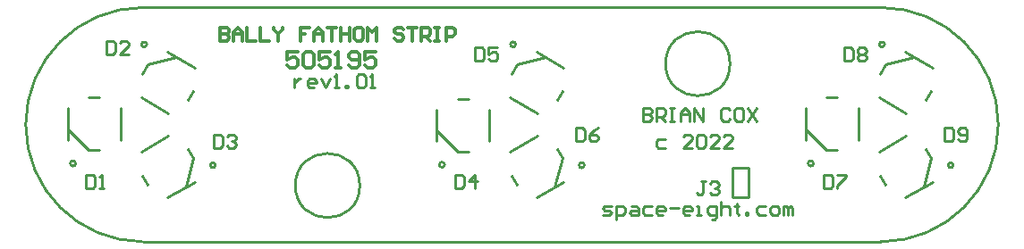
<source format=gto>
%FSLAX25Y25*%
%MOIN*%
G70*
G01*
G75*
G04 Layer_Color=65535*
%ADD10R,0.05906X0.05906*%
%ADD11P,0.08352X4X195.0*%
%ADD12P,0.08352X4X75.0*%
%ADD13R,0.05000X0.04000*%
%ADD14C,0.02500*%
%ADD15C,0.16500*%
%ADD16C,0.04000*%
%ADD17R,0.08000X0.05000*%
%ADD18R,0.12205X0.17716*%
%ADD19C,0.05000*%
%ADD20C,0.01000*%
%ADD21C,0.01200*%
D20*
X1176250Y955000D02*
G03*
X1176250Y1042500I0J43750D01*
G01*
X901250D02*
G03*
X901250Y955000I0J-43750D01*
G01*
X1120000Y1021500D02*
G03*
X1120000Y1021500I-12000J0D01*
G01*
X982000Y976000D02*
G03*
X982000Y976000I-12000J0D01*
G01*
X876110Y984236D02*
G03*
X876110Y984236I-984J0D01*
G01*
X902635Y1028701D02*
G03*
X902635Y1028701I-984J0D01*
G01*
X928207Y983563D02*
G03*
X928207Y983563I-984J0D01*
G01*
X1013610Y983736D02*
G03*
X1013610Y983736I-984J0D01*
G01*
X1040135Y1028701D02*
G03*
X1040135Y1028701I-984J0D01*
G01*
X1065707Y983563D02*
G03*
X1065707Y983563I-984J0D01*
G01*
X1151110Y984236D02*
G03*
X1151110Y984236I-984J0D01*
G01*
X1177635Y1028701D02*
G03*
X1177635Y1028701I-984J0D01*
G01*
X1203207Y983563D02*
G03*
X1203207Y983563I-984J0D01*
G01*
X901250Y955000D02*
X1176250D01*
X901250Y1042500D02*
X1176250D01*
X873158Y997031D02*
X881032Y989157D01*
X892842Y993095D02*
Y1004906D01*
X873158Y993095D02*
Y1004906D01*
X881032Y1008842D02*
X884968D01*
X881032Y989157D02*
X884968D01*
X902960Y1021126D02*
X913717Y1024008D01*
X900464Y1008929D02*
X910693Y1003023D01*
X910307Y1025977D02*
X920536Y1020071D01*
X918040Y1007874D02*
X920008Y1011283D01*
X900992Y1017717D02*
X902960Y1021126D01*
X917126Y975460D02*
X920008Y986217D01*
X900464Y988571D02*
X910693Y994477D01*
X910307Y971523D02*
X920536Y977429D01*
X900992Y979784D02*
X902960Y976374D01*
X918040Y989626D02*
X920008Y986217D01*
X1010658Y996531D02*
X1018532Y988657D01*
X1030342Y992595D02*
Y1004405D01*
X1010658Y992595D02*
Y1004405D01*
X1018532Y1008342D02*
X1022468D01*
X1018532Y988657D02*
X1022468D01*
X1040460Y1021126D02*
X1051217Y1024008D01*
X1037964Y1008929D02*
X1048193Y1003023D01*
X1047807Y1025977D02*
X1058036Y1020071D01*
X1055540Y1007874D02*
X1057508Y1011283D01*
X1038492Y1017717D02*
X1040460Y1021126D01*
X1054626Y975460D02*
X1057508Y986217D01*
X1037964Y988571D02*
X1048193Y994477D01*
X1047807Y971523D02*
X1058036Y977429D01*
X1038492Y979784D02*
X1040460Y976374D01*
X1055540Y989626D02*
X1057508Y986217D01*
X1148158Y997031D02*
X1156032Y989157D01*
X1167842Y993095D02*
Y1004906D01*
X1148158Y993095D02*
Y1004906D01*
X1156032Y1008842D02*
X1159968D01*
X1156032Y989157D02*
X1159968D01*
X1177960Y1021126D02*
X1188717Y1024008D01*
X1175464Y1008929D02*
X1185693Y1003023D01*
X1185307Y1025977D02*
X1195536Y1020071D01*
X1193040Y1007874D02*
X1195008Y1011283D01*
X1175992Y1017717D02*
X1177960Y1021126D01*
X1192126Y975460D02*
X1195008Y986217D01*
X1175464Y988571D02*
X1185693Y994477D01*
X1185307Y971523D02*
X1195536Y977429D01*
X1175992Y979784D02*
X1177960Y976374D01*
X1193040Y989626D02*
X1195008Y986217D01*
X1121000Y971500D02*
X1127000D01*
X1121000D02*
Y982500D01*
X1127000D01*
Y971500D02*
Y982500D01*
X1200000Y997498D02*
Y992500D01*
X1202499D01*
X1203332Y993333D01*
Y996665D01*
X1202499Y997498D01*
X1200000D01*
X1204998Y993333D02*
X1205831Y992500D01*
X1207498D01*
X1208331Y993333D01*
Y996665D01*
X1207498Y997498D01*
X1205831D01*
X1204998Y996665D01*
Y995832D01*
X1205831Y994999D01*
X1208331D01*
X1162500Y1027498D02*
Y1022500D01*
X1164999D01*
X1165832Y1023333D01*
Y1026665D01*
X1164999Y1027498D01*
X1162500D01*
X1167498Y1026665D02*
X1168331Y1027498D01*
X1169998D01*
X1170831Y1026665D01*
Y1025832D01*
X1169998Y1024999D01*
X1170831Y1024166D01*
Y1023333D01*
X1169998Y1022500D01*
X1168331D01*
X1167498Y1023333D01*
Y1024166D01*
X1168331Y1024999D01*
X1167498Y1025832D01*
Y1026665D01*
X1168331Y1024999D02*
X1169998D01*
X1155000Y979998D02*
Y975000D01*
X1157499D01*
X1158332Y975833D01*
Y979165D01*
X1157499Y979998D01*
X1155000D01*
X1159998D02*
X1163331D01*
Y979165D01*
X1159998Y975833D01*
Y975000D01*
X1062500Y997498D02*
Y992500D01*
X1064999D01*
X1065832Y993333D01*
Y996665D01*
X1064999Y997498D01*
X1062500D01*
X1070831D02*
X1069164Y996665D01*
X1067498Y994999D01*
Y993333D01*
X1068331Y992500D01*
X1069998D01*
X1070831Y993333D01*
Y994166D01*
X1069998Y994999D01*
X1067498D01*
X1025000Y1027498D02*
Y1022500D01*
X1027499D01*
X1028332Y1023333D01*
Y1026665D01*
X1027499Y1027498D01*
X1025000D01*
X1033331D02*
X1029998D01*
Y1024999D01*
X1031664Y1025832D01*
X1032498D01*
X1033331Y1024999D01*
Y1023333D01*
X1032498Y1022500D01*
X1030831D01*
X1029998Y1023333D01*
X1017500Y979998D02*
Y975000D01*
X1019999D01*
X1020832Y975833D01*
Y979165D01*
X1019999Y979998D01*
X1017500D01*
X1024998Y975000D02*
Y979998D01*
X1022498Y977499D01*
X1025831D01*
X927500Y994998D02*
Y990000D01*
X929999D01*
X930832Y990833D01*
Y994165D01*
X929999Y994998D01*
X927500D01*
X932498Y994165D02*
X933331Y994998D01*
X934998D01*
X935831Y994165D01*
Y993332D01*
X934998Y992499D01*
X934165D01*
X934998D01*
X935831Y991666D01*
Y990833D01*
X934998Y990000D01*
X933331D01*
X932498Y990833D01*
X887500Y1029998D02*
Y1025000D01*
X889999D01*
X890832Y1025833D01*
Y1029165D01*
X889999Y1029998D01*
X887500D01*
X895831Y1025000D02*
X892498D01*
X895831Y1028332D01*
Y1029165D01*
X894998Y1029998D01*
X893331D01*
X892498Y1029165D01*
X880000Y979998D02*
Y975000D01*
X882499D01*
X883332Y975833D01*
Y979165D01*
X882499Y979998D01*
X880000D01*
X884998Y975000D02*
X886664D01*
X885831D01*
Y979998D01*
X884998Y979165D01*
X1110832Y977498D02*
X1109166D01*
X1109999D01*
Y973333D01*
X1109166Y972500D01*
X1108333D01*
X1107500Y973333D01*
X1112498Y976665D02*
X1113331Y977498D01*
X1114998D01*
X1115831Y976665D01*
Y975832D01*
X1114998Y974999D01*
X1114165D01*
X1114998D01*
X1115831Y974166D01*
Y973333D01*
X1114998Y972500D01*
X1113331D01*
X1112498Y973333D01*
X1095832Y993332D02*
X1093333D01*
X1092500Y992499D01*
Y990833D01*
X1093333Y990000D01*
X1095832D01*
X1105829D02*
X1102497D01*
X1105829Y993332D01*
Y994165D01*
X1104996Y994998D01*
X1103330D01*
X1102497Y994165D01*
X1107495D02*
X1108328Y994998D01*
X1109994D01*
X1110827Y994165D01*
Y990833D01*
X1109994Y990000D01*
X1108328D01*
X1107495Y990833D01*
Y994165D01*
X1115826Y990000D02*
X1112494D01*
X1115826Y993332D01*
Y994165D01*
X1114993Y994998D01*
X1113327D01*
X1112494Y994165D01*
X1120824Y990000D02*
X1117492D01*
X1120824Y993332D01*
Y994165D01*
X1119991Y994998D01*
X1118325D01*
X1117492Y994165D01*
X1087500Y1004998D02*
Y1000000D01*
X1089999D01*
X1090832Y1000833D01*
Y1001666D01*
X1089999Y1002499D01*
X1087500D01*
X1089999D01*
X1090832Y1003332D01*
Y1004165D01*
X1089999Y1004998D01*
X1087500D01*
X1092498Y1000000D02*
Y1004998D01*
X1094998D01*
X1095831Y1004165D01*
Y1002499D01*
X1094998Y1001666D01*
X1092498D01*
X1094164D02*
X1095831Y1000000D01*
X1097497Y1004998D02*
X1099163D01*
X1098330D01*
Y1000000D01*
X1097497D01*
X1099163D01*
X1101662D02*
Y1003332D01*
X1103328Y1004998D01*
X1104994Y1003332D01*
Y1000000D01*
Y1002499D01*
X1101662D01*
X1106660Y1000000D02*
Y1004998D01*
X1109993Y1000000D01*
Y1004998D01*
X1119989Y1004165D02*
X1119156Y1004998D01*
X1117490D01*
X1116657Y1004165D01*
Y1000833D01*
X1117490Y1000000D01*
X1119156D01*
X1119989Y1000833D01*
X1124155Y1004998D02*
X1122489D01*
X1121656Y1004165D01*
Y1000833D01*
X1122489Y1000000D01*
X1124155D01*
X1124988Y1000833D01*
Y1004165D01*
X1124155Y1004998D01*
X1126654D02*
X1129986Y1000000D01*
Y1004998D02*
X1126654Y1000000D01*
X957500Y1015832D02*
Y1012500D01*
Y1014166D01*
X958333Y1014999D01*
X959166Y1015832D01*
X959999D01*
X964998Y1012500D02*
X963331D01*
X962498Y1013333D01*
Y1014999D01*
X963331Y1015832D01*
X964998D01*
X965831Y1014999D01*
Y1014166D01*
X962498D01*
X967497Y1015832D02*
X969163Y1012500D01*
X970829Y1015832D01*
X972495Y1012500D02*
X974161D01*
X973328D01*
Y1017498D01*
X972495Y1016665D01*
X976661Y1012500D02*
Y1013333D01*
X977493D01*
Y1012500D01*
X976661D01*
X980826Y1016665D02*
X981659Y1017498D01*
X983325D01*
X984158Y1016665D01*
Y1013333D01*
X983325Y1012500D01*
X981659D01*
X980826Y1013333D01*
Y1016665D01*
X985824Y1012500D02*
X987490D01*
X986657D01*
Y1017498D01*
X985824Y1016665D01*
X1072500Y965000D02*
X1074999D01*
X1075832Y965833D01*
X1074999Y966666D01*
X1073333D01*
X1072500Y967499D01*
X1073333Y968332D01*
X1075832D01*
X1077498Y963334D02*
Y968332D01*
X1079998D01*
X1080831Y967499D01*
Y965833D01*
X1079998Y965000D01*
X1077498D01*
X1083330Y968332D02*
X1084996D01*
X1085829Y967499D01*
Y965000D01*
X1083330D01*
X1082497Y965833D01*
X1083330Y966666D01*
X1085829D01*
X1090827Y968332D02*
X1088328D01*
X1087495Y967499D01*
Y965833D01*
X1088328Y965000D01*
X1090827D01*
X1094993D02*
X1093327D01*
X1092494Y965833D01*
Y967499D01*
X1093327Y968332D01*
X1094993D01*
X1095826Y967499D01*
Y966666D01*
X1092494D01*
X1097492Y967499D02*
X1100824D01*
X1104990Y965000D02*
X1103323D01*
X1102490Y965833D01*
Y967499D01*
X1103323Y968332D01*
X1104990D01*
X1105822Y967499D01*
Y966666D01*
X1102490D01*
X1107489Y965000D02*
X1109155D01*
X1108322D01*
Y968332D01*
X1107489D01*
X1113320Y963334D02*
X1114153D01*
X1114986Y964167D01*
Y968332D01*
X1112487D01*
X1111654Y967499D01*
Y965833D01*
X1112487Y965000D01*
X1114986D01*
X1116652Y969998D02*
Y965000D01*
Y967499D01*
X1117485Y968332D01*
X1119151D01*
X1119985Y967499D01*
Y965000D01*
X1122484Y969165D02*
Y968332D01*
X1121651D01*
X1123317D01*
X1122484D01*
Y965833D01*
X1123317Y965000D01*
X1125816D02*
Y965833D01*
X1126649D01*
Y965000D01*
X1125816D01*
X1133314Y968332D02*
X1130814D01*
X1129981Y967499D01*
Y965833D01*
X1130814Y965000D01*
X1133314D01*
X1135813D02*
X1137479D01*
X1138312Y965833D01*
Y967499D01*
X1137479Y968332D01*
X1135813D01*
X1134980Y967499D01*
Y965833D01*
X1135813Y965000D01*
X1139978D02*
Y968332D01*
X1140811D01*
X1141644Y967499D01*
Y965000D01*
Y967499D01*
X1142477Y968332D01*
X1143310Y967499D01*
Y965000D01*
D21*
X958999Y1025998D02*
X955000D01*
Y1022999D01*
X956999Y1023999D01*
X957999D01*
X958999Y1022999D01*
Y1021000D01*
X957999Y1020000D01*
X956000D01*
X955000Y1021000D01*
X960998Y1024998D02*
X961998Y1025998D01*
X963997D01*
X964997Y1024998D01*
Y1021000D01*
X963997Y1020000D01*
X961998D01*
X960998Y1021000D01*
Y1024998D01*
X970995Y1025998D02*
X966996D01*
Y1022999D01*
X968995Y1023999D01*
X969995D01*
X970995Y1022999D01*
Y1021000D01*
X969995Y1020000D01*
X967996D01*
X966996Y1021000D01*
X972994Y1020000D02*
X974994D01*
X973994D01*
Y1025998D01*
X972994Y1024998D01*
X977993Y1021000D02*
X978992Y1020000D01*
X980992D01*
X981991Y1021000D01*
Y1024998D01*
X980992Y1025998D01*
X978992D01*
X977993Y1024998D01*
Y1023999D01*
X978992Y1022999D01*
X981991D01*
X987989Y1025998D02*
X983991D01*
Y1022999D01*
X985990Y1023999D01*
X986990D01*
X987989Y1022999D01*
Y1021000D01*
X986990Y1020000D01*
X984990D01*
X983991Y1021000D01*
X930000Y1034998D02*
Y1030000D01*
X932499D01*
X933332Y1030833D01*
Y1031666D01*
X932499Y1032499D01*
X930000D01*
X932499D01*
X933332Y1033332D01*
Y1034165D01*
X932499Y1034998D01*
X930000D01*
X934998Y1030000D02*
Y1033332D01*
X936664Y1034998D01*
X938331Y1033332D01*
Y1030000D01*
Y1032499D01*
X934998D01*
X939997Y1034998D02*
Y1030000D01*
X943329D01*
X944995Y1034998D02*
Y1030000D01*
X948327D01*
X949994Y1034998D02*
Y1034165D01*
X951660Y1032499D01*
X953326Y1034165D01*
Y1034998D01*
X951660Y1032499D02*
Y1030000D01*
X963323Y1034998D02*
X959990D01*
Y1032499D01*
X961656D01*
X959990D01*
Y1030000D01*
X964989D02*
Y1033332D01*
X966655Y1034998D01*
X968321Y1033332D01*
Y1030000D01*
Y1032499D01*
X964989D01*
X969987Y1034998D02*
X973319D01*
X971653D01*
Y1030000D01*
X974985Y1034998D02*
Y1030000D01*
Y1032499D01*
X978318D01*
Y1034998D01*
Y1030000D01*
X982483Y1034998D02*
X980817D01*
X979984Y1034165D01*
Y1030833D01*
X980817Y1030000D01*
X982483D01*
X983316Y1030833D01*
Y1034165D01*
X982483Y1034998D01*
X984982Y1030000D02*
Y1034998D01*
X986648Y1033332D01*
X988314Y1034998D01*
Y1030000D01*
X998311Y1034165D02*
X997478Y1034998D01*
X995812D01*
X994979Y1034165D01*
Y1033332D01*
X995812Y1032499D01*
X997478D01*
X998311Y1031666D01*
Y1030833D01*
X997478Y1030000D01*
X995812D01*
X994979Y1030833D01*
X999977Y1034998D02*
X1003310D01*
X1001643D01*
Y1030000D01*
X1004976D02*
Y1034998D01*
X1007475D01*
X1008308Y1034165D01*
Y1032499D01*
X1007475Y1031666D01*
X1004976D01*
X1006642D02*
X1008308Y1030000D01*
X1009974Y1034998D02*
X1011640D01*
X1010807D01*
Y1030000D01*
X1009974D01*
X1011640D01*
X1014139D02*
Y1034998D01*
X1016639D01*
X1017472Y1034165D01*
Y1032499D01*
X1016639Y1031666D01*
X1014139D01*
M02*

</source>
